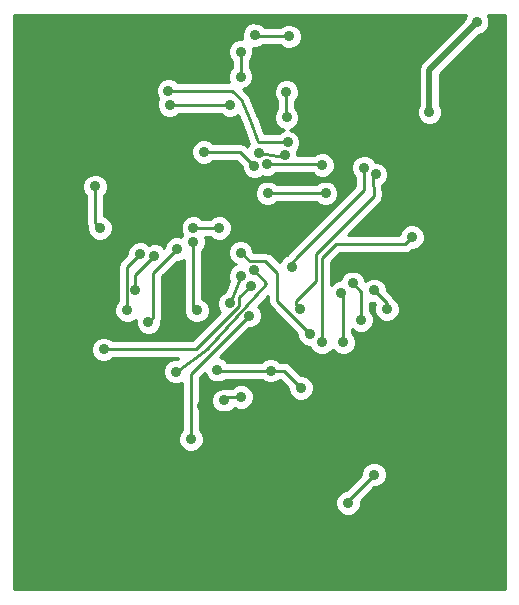
<source format=gbl>
G04 (created by PCBNEW (25-Oct-2014 BZR 4029)-stable) date Fri 14 Aug 2015 02:05:25 PM EDT*
%MOIN*%
G04 Gerber Fmt 3.4, Leading zero omitted, Abs format*
%FSLAX34Y34*%
G01*
G70*
G90*
G04 APERTURE LIST*
%ADD10C,0.00393701*%
%ADD11C,0.035*%
%ADD12C,0.01*%
%ADD13C,0.02*%
G04 APERTURE END LIST*
G54D10*
G54D11*
X50059Y-36748D03*
X51897Y-36767D03*
X49633Y-36807D03*
X47952Y-36326D03*
X50700Y-34338D03*
X50708Y-35177D03*
X51889Y-42677D03*
X54881Y-39173D03*
X47047Y-39566D03*
X46102Y-42007D03*
X47598Y-38858D03*
X48464Y-38858D03*
X50787Y-32480D03*
X49645Y-32440D03*
X55472Y-35000D03*
X57047Y-32007D03*
X49740Y-44629D03*
X47889Y-44791D03*
X48661Y-37952D03*
X44881Y-39960D03*
X50708Y-45551D03*
X50984Y-44803D03*
X55314Y-43267D03*
X55826Y-40000D03*
X54212Y-39960D03*
X42362Y-37362D03*
X43307Y-39173D03*
X45393Y-42204D03*
X44527Y-41023D03*
X55905Y-38937D03*
X54921Y-38464D03*
X53976Y-34488D03*
X52952Y-34488D03*
X56062Y-45236D03*
X55039Y-45236D03*
X44094Y-45866D03*
X46062Y-46732D03*
X47007Y-47755D03*
X46496Y-48307D03*
X55393Y-41732D03*
X52244Y-43110D03*
X54724Y-41771D03*
X47011Y-43649D03*
X49606Y-40275D03*
X46811Y-34763D03*
X48818Y-34763D03*
X49775Y-36354D03*
X50645Y-36448D03*
X46771Y-34291D03*
X50740Y-36011D03*
X49173Y-40472D03*
X48818Y-41377D03*
X47598Y-39330D03*
X47716Y-41614D03*
X44330Y-37480D03*
X44488Y-38858D03*
X48405Y-43590D03*
X51185Y-44192D03*
X50177Y-43618D03*
X49188Y-44492D03*
X48629Y-44610D03*
X54055Y-41574D03*
X53622Y-40944D03*
X53188Y-41929D03*
X52913Y-40708D03*
X52598Y-42677D03*
X52519Y-41023D03*
X52755Y-48031D03*
X53622Y-47086D03*
X51496Y-42401D03*
X49173Y-39685D03*
X47519Y-45901D03*
X49460Y-41783D03*
X45393Y-41614D03*
X45826Y-39724D03*
X44606Y-42913D03*
X49527Y-40787D03*
X49173Y-32992D03*
X49173Y-33818D03*
X53673Y-37078D03*
X51161Y-41578D03*
X52011Y-37708D03*
X50078Y-37708D03*
X50874Y-40165D03*
X53295Y-36854D03*
X45669Y-40944D03*
X46299Y-39803D03*
G54D12*
X51877Y-36748D02*
X50059Y-36748D01*
X51897Y-36767D02*
X51877Y-36748D01*
X49633Y-36807D02*
X49153Y-36326D01*
X49153Y-36326D02*
X47952Y-36326D01*
X50700Y-35169D02*
X50700Y-34338D01*
X50708Y-35177D02*
X50700Y-35169D01*
X51889Y-39881D02*
X51889Y-42677D01*
X52362Y-39409D02*
X51889Y-39881D01*
X54645Y-39409D02*
X52362Y-39409D01*
X54881Y-39173D02*
X54645Y-39409D01*
X46259Y-40354D02*
X47047Y-39566D01*
X46259Y-41850D02*
X46259Y-40354D01*
X46102Y-42007D02*
X46259Y-41850D01*
X47598Y-38858D02*
X48464Y-38858D01*
X49685Y-32480D02*
X50787Y-32480D01*
X49645Y-32440D02*
X49685Y-32480D01*
G54D13*
X55472Y-33582D02*
X55472Y-35000D01*
X57047Y-32007D02*
X55472Y-33582D01*
G54D12*
X49381Y-44988D02*
X49740Y-44629D01*
X48086Y-44988D02*
X49381Y-44988D01*
X47889Y-44791D02*
X48086Y-44988D01*
X48228Y-38385D02*
X48661Y-37952D01*
X46456Y-38385D02*
X48228Y-38385D01*
X44881Y-39960D02*
X46456Y-38385D01*
X50984Y-45275D02*
X50984Y-44803D01*
X50708Y-45551D02*
X50984Y-45275D01*
X55314Y-43267D02*
X55393Y-43188D01*
X55393Y-43188D02*
X55393Y-41732D01*
X54251Y-40000D02*
X55826Y-40000D01*
X54212Y-39960D02*
X54251Y-40000D01*
X42362Y-38425D02*
X42362Y-37362D01*
X42834Y-38897D02*
X42362Y-38425D01*
X43031Y-38897D02*
X42834Y-38897D01*
X43307Y-39173D02*
X43031Y-38897D01*
X44921Y-41732D02*
X45393Y-42204D01*
X44921Y-41417D02*
X44921Y-41732D01*
X44527Y-41023D02*
X44921Y-41417D01*
X55905Y-38937D02*
X55433Y-38464D01*
X55433Y-38464D02*
X54921Y-38464D01*
X53976Y-34488D02*
X52952Y-34488D01*
X55039Y-45236D02*
X56062Y-45236D01*
X45196Y-45866D02*
X44094Y-45866D01*
X46062Y-46732D02*
X45196Y-45866D01*
X47007Y-47795D02*
X47007Y-47755D01*
X46496Y-48307D02*
X47007Y-47795D01*
X53385Y-43110D02*
X52244Y-43110D01*
X54724Y-41771D02*
X53385Y-43110D01*
X48050Y-42900D02*
X47011Y-43649D01*
X50039Y-40748D02*
X48050Y-42900D01*
X50039Y-40708D02*
X50039Y-40748D01*
X49606Y-40275D02*
X50039Y-40708D01*
X48818Y-34763D02*
X46811Y-34763D01*
X50606Y-36488D02*
X49775Y-36354D01*
X50645Y-36448D02*
X50606Y-36488D01*
X48897Y-34291D02*
X46771Y-34291D01*
X49173Y-34566D02*
X48897Y-34291D01*
X49500Y-35279D02*
X49173Y-34566D01*
X49740Y-35988D02*
X49500Y-35279D01*
X50090Y-35988D02*
X49740Y-35988D01*
X50740Y-36011D02*
X50090Y-35988D01*
X48818Y-41377D02*
X49173Y-40472D01*
X47598Y-41496D02*
X47598Y-39330D01*
X47716Y-41614D02*
X47598Y-41496D01*
X44330Y-38700D02*
X44330Y-37480D01*
X44488Y-38858D02*
X44330Y-38700D01*
X48433Y-43618D02*
X50177Y-43618D01*
X48405Y-43590D02*
X48433Y-43618D01*
X51185Y-44192D02*
X50610Y-43618D01*
X50610Y-43618D02*
X50177Y-43618D01*
X48748Y-44492D02*
X49188Y-44492D01*
X48629Y-44610D02*
X48748Y-44492D01*
X54055Y-41377D02*
X54055Y-41574D01*
X53622Y-40944D02*
X54055Y-41377D01*
X53188Y-40984D02*
X53188Y-41929D01*
X52913Y-40708D02*
X53188Y-40984D01*
X52598Y-41102D02*
X52598Y-42677D01*
X52519Y-41023D02*
X52598Y-41102D01*
X52755Y-47952D02*
X52755Y-48031D01*
X53622Y-47086D02*
X52755Y-47952D01*
X50393Y-41299D02*
X51496Y-42401D01*
X50393Y-40354D02*
X50393Y-41299D01*
X50000Y-39960D02*
X50393Y-40354D01*
X49488Y-39960D02*
X50000Y-39960D01*
X49173Y-39685D02*
X49488Y-39960D01*
X47519Y-43724D02*
X47519Y-45901D01*
X49460Y-41783D02*
X47519Y-43724D01*
X45393Y-40157D02*
X45393Y-41614D01*
X45826Y-39724D02*
X45393Y-40157D01*
X47677Y-42913D02*
X44606Y-42913D01*
X49133Y-41456D02*
X47677Y-42913D01*
X49133Y-41181D02*
X49133Y-41456D01*
X49527Y-40787D02*
X49133Y-41181D01*
X49173Y-33818D02*
X49173Y-32992D01*
X53586Y-37165D02*
X53673Y-37078D01*
X53610Y-37814D02*
X53586Y-37165D01*
X51688Y-39736D02*
X53610Y-37814D01*
X51688Y-40641D02*
X51688Y-39736D01*
X51019Y-41311D02*
X51688Y-40641D01*
X51019Y-41437D02*
X51019Y-41311D01*
X51161Y-41578D02*
X51019Y-41437D01*
X50078Y-37708D02*
X52011Y-37708D01*
X50874Y-40165D02*
X50814Y-40106D01*
X50814Y-40106D02*
X51051Y-39838D01*
X51051Y-39838D02*
X53295Y-37594D01*
X53295Y-37594D02*
X53295Y-36854D01*
X45669Y-40433D02*
X45669Y-40944D01*
X46299Y-39803D02*
X45669Y-40433D01*
G54D10*
G36*
X57988Y-50901D02*
X55306Y-50901D01*
X55306Y-39089D01*
X55242Y-38932D01*
X55122Y-38813D01*
X54966Y-38748D01*
X54797Y-38748D01*
X54641Y-38812D01*
X54521Y-38932D01*
X54456Y-39088D01*
X54456Y-39109D01*
X52740Y-39109D01*
X53822Y-38027D01*
X53825Y-38022D01*
X53830Y-38019D01*
X53860Y-37970D01*
X53887Y-37929D01*
X53888Y-37924D01*
X53891Y-37919D01*
X53900Y-37861D01*
X53910Y-37814D01*
X53909Y-37810D01*
X53910Y-37803D01*
X53897Y-37446D01*
X53913Y-37439D01*
X54033Y-37319D01*
X54098Y-37163D01*
X54098Y-36994D01*
X54033Y-36838D01*
X53914Y-36718D01*
X53758Y-36653D01*
X53672Y-36653D01*
X53655Y-36613D01*
X53536Y-36494D01*
X53380Y-36429D01*
X53211Y-36429D01*
X53054Y-36493D01*
X52935Y-36613D01*
X52870Y-36769D01*
X52870Y-36938D01*
X52934Y-37094D01*
X52995Y-37155D01*
X52995Y-37470D01*
X52436Y-38028D01*
X52436Y-37624D01*
X52372Y-37468D01*
X52322Y-37418D01*
X52322Y-36683D01*
X52258Y-36527D01*
X52138Y-36407D01*
X51982Y-36342D01*
X51813Y-36342D01*
X51657Y-36407D01*
X51616Y-36448D01*
X51070Y-36448D01*
X51070Y-36364D01*
X51046Y-36306D01*
X51100Y-36252D01*
X51165Y-36096D01*
X51165Y-35927D01*
X51100Y-35771D01*
X50981Y-35651D01*
X50827Y-35587D01*
X50949Y-35537D01*
X51068Y-35418D01*
X51133Y-35262D01*
X51133Y-35092D01*
X51069Y-34936D01*
X51000Y-34868D01*
X51000Y-34639D01*
X51060Y-34579D01*
X51125Y-34423D01*
X51125Y-34254D01*
X51061Y-34098D01*
X50941Y-33978D01*
X50785Y-33913D01*
X50616Y-33913D01*
X50460Y-33978D01*
X50340Y-34097D01*
X50275Y-34253D01*
X50275Y-34422D01*
X50340Y-34579D01*
X50400Y-34639D01*
X50400Y-34883D01*
X50348Y-34936D01*
X50283Y-35092D01*
X50283Y-35261D01*
X50348Y-35417D01*
X50467Y-35537D01*
X50621Y-35601D01*
X50499Y-35651D01*
X50449Y-35701D01*
X50101Y-35688D01*
X50096Y-35689D01*
X50090Y-35688D01*
X49955Y-35688D01*
X49784Y-35183D01*
X49775Y-35168D01*
X49772Y-35154D01*
X49445Y-34442D01*
X49414Y-34398D01*
X49385Y-34354D01*
X49269Y-34238D01*
X49413Y-34179D01*
X49533Y-34059D01*
X49598Y-33903D01*
X49598Y-33734D01*
X49533Y-33578D01*
X49473Y-33517D01*
X49473Y-33293D01*
X49533Y-33233D01*
X49598Y-33077D01*
X49598Y-32907D01*
X49580Y-32865D01*
X49729Y-32866D01*
X49886Y-32801D01*
X49907Y-32780D01*
X50486Y-32780D01*
X50546Y-32840D01*
X50702Y-32905D01*
X50871Y-32905D01*
X51027Y-32840D01*
X51147Y-32721D01*
X51212Y-32565D01*
X51212Y-32396D01*
X51147Y-32239D01*
X51028Y-32120D01*
X50872Y-32055D01*
X50703Y-32055D01*
X50546Y-32119D01*
X50486Y-32180D01*
X49986Y-32180D01*
X49886Y-32080D01*
X49730Y-32016D01*
X49561Y-32015D01*
X49405Y-32080D01*
X49285Y-32199D01*
X49220Y-32356D01*
X49220Y-32525D01*
X49237Y-32567D01*
X49089Y-32567D01*
X48932Y-32631D01*
X48813Y-32751D01*
X48748Y-32907D01*
X48748Y-33076D01*
X48812Y-33232D01*
X48873Y-33293D01*
X48873Y-33517D01*
X48813Y-33577D01*
X48748Y-33733D01*
X48748Y-33903D01*
X48784Y-33991D01*
X47072Y-33991D01*
X47012Y-33931D01*
X46856Y-33866D01*
X46687Y-33866D01*
X46531Y-33930D01*
X46411Y-34050D01*
X46346Y-34206D01*
X46346Y-34375D01*
X46411Y-34531D01*
X46436Y-34557D01*
X46386Y-34678D01*
X46385Y-34847D01*
X46450Y-35004D01*
X46569Y-35123D01*
X46726Y-35188D01*
X46895Y-35188D01*
X47051Y-35124D01*
X47112Y-35063D01*
X48517Y-35063D01*
X48577Y-35123D01*
X48733Y-35188D01*
X48903Y-35188D01*
X49059Y-35124D01*
X49086Y-35097D01*
X49222Y-35394D01*
X49452Y-36075D01*
X49415Y-36113D01*
X49400Y-36149D01*
X49365Y-36114D01*
X49268Y-36049D01*
X49153Y-36026D01*
X48253Y-36026D01*
X48193Y-35966D01*
X48037Y-35901D01*
X47868Y-35901D01*
X47712Y-35966D01*
X47592Y-36085D01*
X47527Y-36241D01*
X47527Y-36410D01*
X47592Y-36567D01*
X47711Y-36686D01*
X47867Y-36751D01*
X48036Y-36751D01*
X48193Y-36687D01*
X48253Y-36626D01*
X49029Y-36626D01*
X49208Y-36806D01*
X49208Y-36891D01*
X49273Y-37047D01*
X49392Y-37167D01*
X49548Y-37232D01*
X49718Y-37232D01*
X49874Y-37167D01*
X49899Y-37142D01*
X49974Y-37172D01*
X50143Y-37173D01*
X50299Y-37108D01*
X50360Y-37048D01*
X51576Y-37048D01*
X51656Y-37127D01*
X51812Y-37192D01*
X51981Y-37192D01*
X52138Y-37128D01*
X52257Y-37008D01*
X52322Y-36852D01*
X52322Y-36683D01*
X52322Y-37418D01*
X52252Y-37348D01*
X52096Y-37283D01*
X51927Y-37283D01*
X51771Y-37348D01*
X51710Y-37408D01*
X50379Y-37408D01*
X50319Y-37348D01*
X50163Y-37283D01*
X49994Y-37283D01*
X49838Y-37348D01*
X49718Y-37467D01*
X49653Y-37623D01*
X49653Y-37792D01*
X49718Y-37949D01*
X49837Y-38068D01*
X49993Y-38133D01*
X50162Y-38133D01*
X50319Y-38069D01*
X50379Y-38008D01*
X51710Y-38008D01*
X51770Y-38068D01*
X51926Y-38133D01*
X52095Y-38133D01*
X52252Y-38069D01*
X52371Y-37949D01*
X52436Y-37793D01*
X52436Y-37624D01*
X52436Y-38028D01*
X50839Y-39626D01*
X50833Y-39634D01*
X50826Y-39640D01*
X50707Y-39774D01*
X50633Y-39804D01*
X50513Y-39924D01*
X50476Y-40013D01*
X50212Y-39748D01*
X50114Y-39683D01*
X50000Y-39660D01*
X49600Y-39660D01*
X49598Y-39658D01*
X49598Y-39600D01*
X49533Y-39444D01*
X49414Y-39324D01*
X49258Y-39260D01*
X49089Y-39259D01*
X48932Y-39324D01*
X48889Y-39367D01*
X48889Y-38774D01*
X48825Y-38617D01*
X48705Y-38498D01*
X48549Y-38433D01*
X48380Y-38433D01*
X48224Y-38497D01*
X48163Y-38558D01*
X47899Y-38558D01*
X47839Y-38498D01*
X47683Y-38433D01*
X47514Y-38433D01*
X47357Y-38497D01*
X47238Y-38617D01*
X47173Y-38773D01*
X47173Y-38942D01*
X47236Y-39094D01*
X47204Y-39171D01*
X47132Y-39142D01*
X46963Y-39141D01*
X46806Y-39206D01*
X46687Y-39325D01*
X46622Y-39482D01*
X46622Y-39525D01*
X46540Y-39443D01*
X46384Y-39378D01*
X46215Y-39378D01*
X46120Y-39417D01*
X46067Y-39364D01*
X45911Y-39299D01*
X45742Y-39299D01*
X45586Y-39363D01*
X45466Y-39483D01*
X45401Y-39639D01*
X45401Y-39725D01*
X45181Y-39945D01*
X45116Y-40042D01*
X45093Y-40157D01*
X45093Y-41313D01*
X45033Y-41373D01*
X44968Y-41529D01*
X44968Y-41698D01*
X45033Y-41854D01*
X45152Y-41974D01*
X45308Y-42039D01*
X45477Y-42039D01*
X45634Y-41974D01*
X45677Y-41931D01*
X45677Y-42092D01*
X45741Y-42248D01*
X45861Y-42367D01*
X46017Y-42432D01*
X46186Y-42432D01*
X46342Y-42368D01*
X46462Y-42248D01*
X46527Y-42092D01*
X46527Y-41979D01*
X46527Y-41979D01*
X46537Y-41965D01*
X46559Y-41850D01*
X46559Y-41850D01*
X46559Y-40478D01*
X47046Y-39991D01*
X47131Y-39992D01*
X47287Y-39927D01*
X47298Y-39916D01*
X47298Y-41496D01*
X47300Y-41507D01*
X47300Y-41507D01*
X47291Y-41529D01*
X47291Y-41698D01*
X47356Y-41854D01*
X47475Y-41974D01*
X47631Y-42039D01*
X47800Y-42039D01*
X47956Y-41974D01*
X48076Y-41855D01*
X48141Y-41699D01*
X48141Y-41530D01*
X48077Y-41373D01*
X47957Y-41254D01*
X47898Y-41229D01*
X47898Y-39631D01*
X47958Y-39571D01*
X48023Y-39415D01*
X48023Y-39246D01*
X47987Y-39158D01*
X48163Y-39158D01*
X48223Y-39218D01*
X48379Y-39283D01*
X48548Y-39283D01*
X48704Y-39218D01*
X48824Y-39099D01*
X48889Y-38943D01*
X48889Y-38774D01*
X48889Y-39367D01*
X48813Y-39443D01*
X48748Y-39600D01*
X48748Y-39769D01*
X48812Y-39925D01*
X48932Y-40045D01*
X49013Y-40078D01*
X48932Y-40111D01*
X48813Y-40231D01*
X48748Y-40387D01*
X48748Y-40556D01*
X48784Y-40644D01*
X48649Y-40988D01*
X48578Y-41017D01*
X48458Y-41136D01*
X48393Y-41293D01*
X48393Y-41462D01*
X48458Y-41618D01*
X48503Y-41663D01*
X47552Y-42613D01*
X44913Y-42613D01*
X44913Y-38774D01*
X44848Y-38617D01*
X44729Y-38498D01*
X44630Y-38457D01*
X44630Y-37781D01*
X44690Y-37721D01*
X44755Y-37565D01*
X44755Y-37396D01*
X44691Y-37239D01*
X44571Y-37120D01*
X44415Y-37055D01*
X44246Y-37055D01*
X44090Y-37119D01*
X43970Y-37239D01*
X43905Y-37395D01*
X43905Y-37564D01*
X43970Y-37720D01*
X44030Y-37781D01*
X44030Y-38700D01*
X44053Y-38815D01*
X44063Y-38830D01*
X44063Y-38942D01*
X44127Y-39098D01*
X44247Y-39218D01*
X44403Y-39283D01*
X44572Y-39283D01*
X44728Y-39218D01*
X44848Y-39099D01*
X44913Y-38943D01*
X44913Y-38774D01*
X44913Y-42613D01*
X44907Y-42613D01*
X44847Y-42553D01*
X44691Y-42488D01*
X44522Y-42488D01*
X44365Y-42552D01*
X44246Y-42672D01*
X44181Y-42828D01*
X44181Y-42997D01*
X44245Y-43153D01*
X44365Y-43273D01*
X44521Y-43338D01*
X44690Y-43338D01*
X44846Y-43273D01*
X44907Y-43213D01*
X47103Y-43213D01*
X47088Y-43224D01*
X46927Y-43224D01*
X46771Y-43289D01*
X46651Y-43408D01*
X46586Y-43564D01*
X46586Y-43733D01*
X46651Y-43890D01*
X46770Y-44009D01*
X46926Y-44074D01*
X47095Y-44074D01*
X47219Y-44023D01*
X47219Y-45600D01*
X47159Y-45660D01*
X47094Y-45816D01*
X47094Y-45985D01*
X47159Y-46142D01*
X47278Y-46261D01*
X47434Y-46326D01*
X47603Y-46326D01*
X47760Y-46262D01*
X47879Y-46142D01*
X47944Y-45986D01*
X47944Y-45817D01*
X47880Y-45661D01*
X47819Y-45600D01*
X47819Y-43848D01*
X47984Y-43684D01*
X48045Y-43830D01*
X48164Y-43950D01*
X48320Y-44015D01*
X48489Y-44015D01*
X48645Y-43951D01*
X48678Y-43918D01*
X49876Y-43918D01*
X49936Y-43978D01*
X50092Y-44043D01*
X50261Y-44043D01*
X50417Y-43978D01*
X50478Y-43918D01*
X50485Y-43918D01*
X50760Y-44192D01*
X50759Y-44277D01*
X50824Y-44433D01*
X50943Y-44553D01*
X51100Y-44617D01*
X51269Y-44617D01*
X51425Y-44553D01*
X51545Y-44433D01*
X51609Y-44277D01*
X51610Y-44108D01*
X51545Y-43952D01*
X51426Y-43832D01*
X51269Y-43767D01*
X51184Y-43767D01*
X50822Y-43405D01*
X50725Y-43340D01*
X50610Y-43318D01*
X50478Y-43318D01*
X50418Y-43258D01*
X50262Y-43193D01*
X50092Y-43193D01*
X49936Y-43257D01*
X49876Y-43318D01*
X48734Y-43318D01*
X48646Y-43230D01*
X48499Y-43169D01*
X49459Y-42208D01*
X49544Y-42208D01*
X49701Y-42143D01*
X49820Y-42024D01*
X49885Y-41868D01*
X49885Y-41699D01*
X49821Y-41543D01*
X49766Y-41488D01*
X50093Y-41134D01*
X50093Y-41299D01*
X50116Y-41414D01*
X50181Y-41511D01*
X51071Y-42400D01*
X51070Y-42485D01*
X51135Y-42642D01*
X51255Y-42761D01*
X51411Y-42826D01*
X51491Y-42826D01*
X51529Y-42917D01*
X51648Y-43037D01*
X51804Y-43102D01*
X51973Y-43102D01*
X52130Y-43037D01*
X52244Y-42923D01*
X52357Y-43037D01*
X52513Y-43102D01*
X52682Y-43102D01*
X52838Y-43037D01*
X52958Y-42918D01*
X53023Y-42762D01*
X53023Y-42592D01*
X52958Y-42436D01*
X52898Y-42376D01*
X52898Y-42239D01*
X52947Y-42289D01*
X53104Y-42354D01*
X53273Y-42354D01*
X53429Y-42289D01*
X53549Y-42170D01*
X53613Y-42014D01*
X53614Y-41844D01*
X53549Y-41688D01*
X53488Y-41628D01*
X53488Y-41349D01*
X53537Y-41369D01*
X53622Y-41369D01*
X53663Y-41410D01*
X53630Y-41489D01*
X53630Y-41658D01*
X53694Y-41815D01*
X53814Y-41934D01*
X53970Y-41999D01*
X54139Y-41999D01*
X54295Y-41935D01*
X54415Y-41815D01*
X54480Y-41659D01*
X54480Y-41490D01*
X54415Y-41334D01*
X54307Y-41226D01*
X54307Y-41226D01*
X54267Y-41165D01*
X54267Y-41165D01*
X54047Y-40945D01*
X54047Y-40860D01*
X53982Y-40704D01*
X53863Y-40584D01*
X53706Y-40519D01*
X53537Y-40519D01*
X53381Y-40584D01*
X53338Y-40627D01*
X53338Y-40624D01*
X53273Y-40468D01*
X53154Y-40348D01*
X52998Y-40283D01*
X52829Y-40283D01*
X52672Y-40348D01*
X52553Y-40467D01*
X52498Y-40598D01*
X52435Y-40598D01*
X52279Y-40663D01*
X52189Y-40752D01*
X52189Y-40006D01*
X52486Y-39709D01*
X54645Y-39709D01*
X54645Y-39709D01*
X54760Y-39686D01*
X54760Y-39686D01*
X54857Y-39621D01*
X54881Y-39598D01*
X54966Y-39598D01*
X55122Y-39533D01*
X55241Y-39414D01*
X55306Y-39258D01*
X55306Y-39089D01*
X55306Y-50901D01*
X54047Y-50901D01*
X54047Y-47002D01*
X53982Y-46846D01*
X53863Y-46726D01*
X53706Y-46661D01*
X53537Y-46661D01*
X53381Y-46726D01*
X53261Y-46845D01*
X53197Y-47001D01*
X53197Y-47087D01*
X52677Y-47606D01*
X52671Y-47606D01*
X52515Y-47670D01*
X52395Y-47790D01*
X52330Y-47946D01*
X52330Y-48115D01*
X52395Y-48271D01*
X52514Y-48391D01*
X52670Y-48456D01*
X52840Y-48456D01*
X52996Y-48392D01*
X53115Y-48272D01*
X53180Y-48116D01*
X53180Y-47951D01*
X53621Y-47511D01*
X53706Y-47511D01*
X53862Y-47447D01*
X53982Y-47327D01*
X54046Y-47171D01*
X54047Y-47002D01*
X54047Y-50901D01*
X49614Y-50901D01*
X49614Y-44407D01*
X49549Y-44251D01*
X49430Y-44132D01*
X49273Y-44067D01*
X49104Y-44067D01*
X48948Y-44131D01*
X48887Y-44192D01*
X48748Y-44192D01*
X48736Y-44194D01*
X48736Y-44194D01*
X48714Y-44185D01*
X48545Y-44185D01*
X48389Y-44249D01*
X48269Y-44369D01*
X48204Y-44525D01*
X48204Y-44694D01*
X48269Y-44850D01*
X48388Y-44970D01*
X48545Y-45035D01*
X48714Y-45035D01*
X48870Y-44970D01*
X48976Y-44864D01*
X49104Y-44917D01*
X49273Y-44917D01*
X49429Y-44852D01*
X49549Y-44733D01*
X49613Y-44577D01*
X49614Y-44407D01*
X49614Y-50901D01*
X41618Y-50901D01*
X41618Y-31775D01*
X56683Y-31775D01*
X56622Y-31922D01*
X56622Y-31937D01*
X55224Y-33335D01*
X55149Y-33448D01*
X55122Y-33582D01*
X55122Y-34748D01*
X55112Y-34758D01*
X55047Y-34915D01*
X55047Y-35084D01*
X55111Y-35240D01*
X55231Y-35360D01*
X55387Y-35424D01*
X55556Y-35425D01*
X55712Y-35360D01*
X55832Y-35241D01*
X55897Y-35084D01*
X55897Y-34915D01*
X55832Y-34759D01*
X55822Y-34749D01*
X55822Y-33727D01*
X57117Y-32432D01*
X57131Y-32432D01*
X57287Y-32368D01*
X57407Y-32248D01*
X57472Y-32092D01*
X57472Y-31923D01*
X57411Y-31775D01*
X57988Y-31775D01*
X57988Y-50901D01*
X57988Y-50901D01*
G37*
G54D12*
X57988Y-50901D02*
X55306Y-50901D01*
X55306Y-39089D01*
X55242Y-38932D01*
X55122Y-38813D01*
X54966Y-38748D01*
X54797Y-38748D01*
X54641Y-38812D01*
X54521Y-38932D01*
X54456Y-39088D01*
X54456Y-39109D01*
X52740Y-39109D01*
X53822Y-38027D01*
X53825Y-38022D01*
X53830Y-38019D01*
X53860Y-37970D01*
X53887Y-37929D01*
X53888Y-37924D01*
X53891Y-37919D01*
X53900Y-37861D01*
X53910Y-37814D01*
X53909Y-37810D01*
X53910Y-37803D01*
X53897Y-37446D01*
X53913Y-37439D01*
X54033Y-37319D01*
X54098Y-37163D01*
X54098Y-36994D01*
X54033Y-36838D01*
X53914Y-36718D01*
X53758Y-36653D01*
X53672Y-36653D01*
X53655Y-36613D01*
X53536Y-36494D01*
X53380Y-36429D01*
X53211Y-36429D01*
X53054Y-36493D01*
X52935Y-36613D01*
X52870Y-36769D01*
X52870Y-36938D01*
X52934Y-37094D01*
X52995Y-37155D01*
X52995Y-37470D01*
X52436Y-38028D01*
X52436Y-37624D01*
X52372Y-37468D01*
X52322Y-37418D01*
X52322Y-36683D01*
X52258Y-36527D01*
X52138Y-36407D01*
X51982Y-36342D01*
X51813Y-36342D01*
X51657Y-36407D01*
X51616Y-36448D01*
X51070Y-36448D01*
X51070Y-36364D01*
X51046Y-36306D01*
X51100Y-36252D01*
X51165Y-36096D01*
X51165Y-35927D01*
X51100Y-35771D01*
X50981Y-35651D01*
X50827Y-35587D01*
X50949Y-35537D01*
X51068Y-35418D01*
X51133Y-35262D01*
X51133Y-35092D01*
X51069Y-34936D01*
X51000Y-34868D01*
X51000Y-34639D01*
X51060Y-34579D01*
X51125Y-34423D01*
X51125Y-34254D01*
X51061Y-34098D01*
X50941Y-33978D01*
X50785Y-33913D01*
X50616Y-33913D01*
X50460Y-33978D01*
X50340Y-34097D01*
X50275Y-34253D01*
X50275Y-34422D01*
X50340Y-34579D01*
X50400Y-34639D01*
X50400Y-34883D01*
X50348Y-34936D01*
X50283Y-35092D01*
X50283Y-35261D01*
X50348Y-35417D01*
X50467Y-35537D01*
X50621Y-35601D01*
X50499Y-35651D01*
X50449Y-35701D01*
X50101Y-35688D01*
X50096Y-35689D01*
X50090Y-35688D01*
X49955Y-35688D01*
X49784Y-35183D01*
X49775Y-35168D01*
X49772Y-35154D01*
X49445Y-34442D01*
X49414Y-34398D01*
X49385Y-34354D01*
X49269Y-34238D01*
X49413Y-34179D01*
X49533Y-34059D01*
X49598Y-33903D01*
X49598Y-33734D01*
X49533Y-33578D01*
X49473Y-33517D01*
X49473Y-33293D01*
X49533Y-33233D01*
X49598Y-33077D01*
X49598Y-32907D01*
X49580Y-32865D01*
X49729Y-32866D01*
X49886Y-32801D01*
X49907Y-32780D01*
X50486Y-32780D01*
X50546Y-32840D01*
X50702Y-32905D01*
X50871Y-32905D01*
X51027Y-32840D01*
X51147Y-32721D01*
X51212Y-32565D01*
X51212Y-32396D01*
X51147Y-32239D01*
X51028Y-32120D01*
X50872Y-32055D01*
X50703Y-32055D01*
X50546Y-32119D01*
X50486Y-32180D01*
X49986Y-32180D01*
X49886Y-32080D01*
X49730Y-32016D01*
X49561Y-32015D01*
X49405Y-32080D01*
X49285Y-32199D01*
X49220Y-32356D01*
X49220Y-32525D01*
X49237Y-32567D01*
X49089Y-32567D01*
X48932Y-32631D01*
X48813Y-32751D01*
X48748Y-32907D01*
X48748Y-33076D01*
X48812Y-33232D01*
X48873Y-33293D01*
X48873Y-33517D01*
X48813Y-33577D01*
X48748Y-33733D01*
X48748Y-33903D01*
X48784Y-33991D01*
X47072Y-33991D01*
X47012Y-33931D01*
X46856Y-33866D01*
X46687Y-33866D01*
X46531Y-33930D01*
X46411Y-34050D01*
X46346Y-34206D01*
X46346Y-34375D01*
X46411Y-34531D01*
X46436Y-34557D01*
X46386Y-34678D01*
X46385Y-34847D01*
X46450Y-35004D01*
X46569Y-35123D01*
X46726Y-35188D01*
X46895Y-35188D01*
X47051Y-35124D01*
X47112Y-35063D01*
X48517Y-35063D01*
X48577Y-35123D01*
X48733Y-35188D01*
X48903Y-35188D01*
X49059Y-35124D01*
X49086Y-35097D01*
X49222Y-35394D01*
X49452Y-36075D01*
X49415Y-36113D01*
X49400Y-36149D01*
X49365Y-36114D01*
X49268Y-36049D01*
X49153Y-36026D01*
X48253Y-36026D01*
X48193Y-35966D01*
X48037Y-35901D01*
X47868Y-35901D01*
X47712Y-35966D01*
X47592Y-36085D01*
X47527Y-36241D01*
X47527Y-36410D01*
X47592Y-36567D01*
X47711Y-36686D01*
X47867Y-36751D01*
X48036Y-36751D01*
X48193Y-36687D01*
X48253Y-36626D01*
X49029Y-36626D01*
X49208Y-36806D01*
X49208Y-36891D01*
X49273Y-37047D01*
X49392Y-37167D01*
X49548Y-37232D01*
X49718Y-37232D01*
X49874Y-37167D01*
X49899Y-37142D01*
X49974Y-37172D01*
X50143Y-37173D01*
X50299Y-37108D01*
X50360Y-37048D01*
X51576Y-37048D01*
X51656Y-37127D01*
X51812Y-37192D01*
X51981Y-37192D01*
X52138Y-37128D01*
X52257Y-37008D01*
X52322Y-36852D01*
X52322Y-36683D01*
X52322Y-37418D01*
X52252Y-37348D01*
X52096Y-37283D01*
X51927Y-37283D01*
X51771Y-37348D01*
X51710Y-37408D01*
X50379Y-37408D01*
X50319Y-37348D01*
X50163Y-37283D01*
X49994Y-37283D01*
X49838Y-37348D01*
X49718Y-37467D01*
X49653Y-37623D01*
X49653Y-37792D01*
X49718Y-37949D01*
X49837Y-38068D01*
X49993Y-38133D01*
X50162Y-38133D01*
X50319Y-38069D01*
X50379Y-38008D01*
X51710Y-38008D01*
X51770Y-38068D01*
X51926Y-38133D01*
X52095Y-38133D01*
X52252Y-38069D01*
X52371Y-37949D01*
X52436Y-37793D01*
X52436Y-37624D01*
X52436Y-38028D01*
X50839Y-39626D01*
X50833Y-39634D01*
X50826Y-39640D01*
X50707Y-39774D01*
X50633Y-39804D01*
X50513Y-39924D01*
X50476Y-40013D01*
X50212Y-39748D01*
X50114Y-39683D01*
X50000Y-39660D01*
X49600Y-39660D01*
X49598Y-39658D01*
X49598Y-39600D01*
X49533Y-39444D01*
X49414Y-39324D01*
X49258Y-39260D01*
X49089Y-39259D01*
X48932Y-39324D01*
X48889Y-39367D01*
X48889Y-38774D01*
X48825Y-38617D01*
X48705Y-38498D01*
X48549Y-38433D01*
X48380Y-38433D01*
X48224Y-38497D01*
X48163Y-38558D01*
X47899Y-38558D01*
X47839Y-38498D01*
X47683Y-38433D01*
X47514Y-38433D01*
X47357Y-38497D01*
X47238Y-38617D01*
X47173Y-38773D01*
X47173Y-38942D01*
X47236Y-39094D01*
X47204Y-39171D01*
X47132Y-39142D01*
X46963Y-39141D01*
X46806Y-39206D01*
X46687Y-39325D01*
X46622Y-39482D01*
X46622Y-39525D01*
X46540Y-39443D01*
X46384Y-39378D01*
X46215Y-39378D01*
X46120Y-39417D01*
X46067Y-39364D01*
X45911Y-39299D01*
X45742Y-39299D01*
X45586Y-39363D01*
X45466Y-39483D01*
X45401Y-39639D01*
X45401Y-39725D01*
X45181Y-39945D01*
X45116Y-40042D01*
X45093Y-40157D01*
X45093Y-41313D01*
X45033Y-41373D01*
X44968Y-41529D01*
X44968Y-41698D01*
X45033Y-41854D01*
X45152Y-41974D01*
X45308Y-42039D01*
X45477Y-42039D01*
X45634Y-41974D01*
X45677Y-41931D01*
X45677Y-42092D01*
X45741Y-42248D01*
X45861Y-42367D01*
X46017Y-42432D01*
X46186Y-42432D01*
X46342Y-42368D01*
X46462Y-42248D01*
X46527Y-42092D01*
X46527Y-41979D01*
X46527Y-41979D01*
X46537Y-41965D01*
X46559Y-41850D01*
X46559Y-41850D01*
X46559Y-40478D01*
X47046Y-39991D01*
X47131Y-39992D01*
X47287Y-39927D01*
X47298Y-39916D01*
X47298Y-41496D01*
X47300Y-41507D01*
X47300Y-41507D01*
X47291Y-41529D01*
X47291Y-41698D01*
X47356Y-41854D01*
X47475Y-41974D01*
X47631Y-42039D01*
X47800Y-42039D01*
X47956Y-41974D01*
X48076Y-41855D01*
X48141Y-41699D01*
X48141Y-41530D01*
X48077Y-41373D01*
X47957Y-41254D01*
X47898Y-41229D01*
X47898Y-39631D01*
X47958Y-39571D01*
X48023Y-39415D01*
X48023Y-39246D01*
X47987Y-39158D01*
X48163Y-39158D01*
X48223Y-39218D01*
X48379Y-39283D01*
X48548Y-39283D01*
X48704Y-39218D01*
X48824Y-39099D01*
X48889Y-38943D01*
X48889Y-38774D01*
X48889Y-39367D01*
X48813Y-39443D01*
X48748Y-39600D01*
X48748Y-39769D01*
X48812Y-39925D01*
X48932Y-40045D01*
X49013Y-40078D01*
X48932Y-40111D01*
X48813Y-40231D01*
X48748Y-40387D01*
X48748Y-40556D01*
X48784Y-40644D01*
X48649Y-40988D01*
X48578Y-41017D01*
X48458Y-41136D01*
X48393Y-41293D01*
X48393Y-41462D01*
X48458Y-41618D01*
X48503Y-41663D01*
X47552Y-42613D01*
X44913Y-42613D01*
X44913Y-38774D01*
X44848Y-38617D01*
X44729Y-38498D01*
X44630Y-38457D01*
X44630Y-37781D01*
X44690Y-37721D01*
X44755Y-37565D01*
X44755Y-37396D01*
X44691Y-37239D01*
X44571Y-37120D01*
X44415Y-37055D01*
X44246Y-37055D01*
X44090Y-37119D01*
X43970Y-37239D01*
X43905Y-37395D01*
X43905Y-37564D01*
X43970Y-37720D01*
X44030Y-37781D01*
X44030Y-38700D01*
X44053Y-38815D01*
X44063Y-38830D01*
X44063Y-38942D01*
X44127Y-39098D01*
X44247Y-39218D01*
X44403Y-39283D01*
X44572Y-39283D01*
X44728Y-39218D01*
X44848Y-39099D01*
X44913Y-38943D01*
X44913Y-38774D01*
X44913Y-42613D01*
X44907Y-42613D01*
X44847Y-42553D01*
X44691Y-42488D01*
X44522Y-42488D01*
X44365Y-42552D01*
X44246Y-42672D01*
X44181Y-42828D01*
X44181Y-42997D01*
X44245Y-43153D01*
X44365Y-43273D01*
X44521Y-43338D01*
X44690Y-43338D01*
X44846Y-43273D01*
X44907Y-43213D01*
X47103Y-43213D01*
X47088Y-43224D01*
X46927Y-43224D01*
X46771Y-43289D01*
X46651Y-43408D01*
X46586Y-43564D01*
X46586Y-43733D01*
X46651Y-43890D01*
X46770Y-44009D01*
X46926Y-44074D01*
X47095Y-44074D01*
X47219Y-44023D01*
X47219Y-45600D01*
X47159Y-45660D01*
X47094Y-45816D01*
X47094Y-45985D01*
X47159Y-46142D01*
X47278Y-46261D01*
X47434Y-46326D01*
X47603Y-46326D01*
X47760Y-46262D01*
X47879Y-46142D01*
X47944Y-45986D01*
X47944Y-45817D01*
X47880Y-45661D01*
X47819Y-45600D01*
X47819Y-43848D01*
X47984Y-43684D01*
X48045Y-43830D01*
X48164Y-43950D01*
X48320Y-44015D01*
X48489Y-44015D01*
X48645Y-43951D01*
X48678Y-43918D01*
X49876Y-43918D01*
X49936Y-43978D01*
X50092Y-44043D01*
X50261Y-44043D01*
X50417Y-43978D01*
X50478Y-43918D01*
X50485Y-43918D01*
X50760Y-44192D01*
X50759Y-44277D01*
X50824Y-44433D01*
X50943Y-44553D01*
X51100Y-44617D01*
X51269Y-44617D01*
X51425Y-44553D01*
X51545Y-44433D01*
X51609Y-44277D01*
X51610Y-44108D01*
X51545Y-43952D01*
X51426Y-43832D01*
X51269Y-43767D01*
X51184Y-43767D01*
X50822Y-43405D01*
X50725Y-43340D01*
X50610Y-43318D01*
X50478Y-43318D01*
X50418Y-43258D01*
X50262Y-43193D01*
X50092Y-43193D01*
X49936Y-43257D01*
X49876Y-43318D01*
X48734Y-43318D01*
X48646Y-43230D01*
X48499Y-43169D01*
X49459Y-42208D01*
X49544Y-42208D01*
X49701Y-42143D01*
X49820Y-42024D01*
X49885Y-41868D01*
X49885Y-41699D01*
X49821Y-41543D01*
X49766Y-41488D01*
X50093Y-41134D01*
X50093Y-41299D01*
X50116Y-41414D01*
X50181Y-41511D01*
X51071Y-42400D01*
X51070Y-42485D01*
X51135Y-42642D01*
X51255Y-42761D01*
X51411Y-42826D01*
X51491Y-42826D01*
X51529Y-42917D01*
X51648Y-43037D01*
X51804Y-43102D01*
X51973Y-43102D01*
X52130Y-43037D01*
X52244Y-42923D01*
X52357Y-43037D01*
X52513Y-43102D01*
X52682Y-43102D01*
X52838Y-43037D01*
X52958Y-42918D01*
X53023Y-42762D01*
X53023Y-42592D01*
X52958Y-42436D01*
X52898Y-42376D01*
X52898Y-42239D01*
X52947Y-42289D01*
X53104Y-42354D01*
X53273Y-42354D01*
X53429Y-42289D01*
X53549Y-42170D01*
X53613Y-42014D01*
X53614Y-41844D01*
X53549Y-41688D01*
X53488Y-41628D01*
X53488Y-41349D01*
X53537Y-41369D01*
X53622Y-41369D01*
X53663Y-41410D01*
X53630Y-41489D01*
X53630Y-41658D01*
X53694Y-41815D01*
X53814Y-41934D01*
X53970Y-41999D01*
X54139Y-41999D01*
X54295Y-41935D01*
X54415Y-41815D01*
X54480Y-41659D01*
X54480Y-41490D01*
X54415Y-41334D01*
X54307Y-41226D01*
X54307Y-41226D01*
X54267Y-41165D01*
X54267Y-41165D01*
X54047Y-40945D01*
X54047Y-40860D01*
X53982Y-40704D01*
X53863Y-40584D01*
X53706Y-40519D01*
X53537Y-40519D01*
X53381Y-40584D01*
X53338Y-40627D01*
X53338Y-40624D01*
X53273Y-40468D01*
X53154Y-40348D01*
X52998Y-40283D01*
X52829Y-40283D01*
X52672Y-40348D01*
X52553Y-40467D01*
X52498Y-40598D01*
X52435Y-40598D01*
X52279Y-40663D01*
X52189Y-40752D01*
X52189Y-40006D01*
X52486Y-39709D01*
X54645Y-39709D01*
X54645Y-39709D01*
X54760Y-39686D01*
X54760Y-39686D01*
X54857Y-39621D01*
X54881Y-39598D01*
X54966Y-39598D01*
X55122Y-39533D01*
X55241Y-39414D01*
X55306Y-39258D01*
X55306Y-39089D01*
X55306Y-50901D01*
X54047Y-50901D01*
X54047Y-47002D01*
X53982Y-46846D01*
X53863Y-46726D01*
X53706Y-46661D01*
X53537Y-46661D01*
X53381Y-46726D01*
X53261Y-46845D01*
X53197Y-47001D01*
X53197Y-47087D01*
X52677Y-47606D01*
X52671Y-47606D01*
X52515Y-47670D01*
X52395Y-47790D01*
X52330Y-47946D01*
X52330Y-48115D01*
X52395Y-48271D01*
X52514Y-48391D01*
X52670Y-48456D01*
X52840Y-48456D01*
X52996Y-48392D01*
X53115Y-48272D01*
X53180Y-48116D01*
X53180Y-47951D01*
X53621Y-47511D01*
X53706Y-47511D01*
X53862Y-47447D01*
X53982Y-47327D01*
X54046Y-47171D01*
X54047Y-47002D01*
X54047Y-50901D01*
X49614Y-50901D01*
X49614Y-44407D01*
X49549Y-44251D01*
X49430Y-44132D01*
X49273Y-44067D01*
X49104Y-44067D01*
X48948Y-44131D01*
X48887Y-44192D01*
X48748Y-44192D01*
X48736Y-44194D01*
X48736Y-44194D01*
X48714Y-44185D01*
X48545Y-44185D01*
X48389Y-44249D01*
X48269Y-44369D01*
X48204Y-44525D01*
X48204Y-44694D01*
X48269Y-44850D01*
X48388Y-44970D01*
X48545Y-45035D01*
X48714Y-45035D01*
X48870Y-44970D01*
X48976Y-44864D01*
X49104Y-44917D01*
X49273Y-44917D01*
X49429Y-44852D01*
X49549Y-44733D01*
X49613Y-44577D01*
X49614Y-44407D01*
X49614Y-50901D01*
X41618Y-50901D01*
X41618Y-31775D01*
X56683Y-31775D01*
X56622Y-31922D01*
X56622Y-31937D01*
X55224Y-33335D01*
X55149Y-33448D01*
X55122Y-33582D01*
X55122Y-34748D01*
X55112Y-34758D01*
X55047Y-34915D01*
X55047Y-35084D01*
X55111Y-35240D01*
X55231Y-35360D01*
X55387Y-35424D01*
X55556Y-35425D01*
X55712Y-35360D01*
X55832Y-35241D01*
X55897Y-35084D01*
X55897Y-34915D01*
X55832Y-34759D01*
X55822Y-34749D01*
X55822Y-33727D01*
X57117Y-32432D01*
X57131Y-32432D01*
X57287Y-32368D01*
X57407Y-32248D01*
X57472Y-32092D01*
X57472Y-31923D01*
X57411Y-31775D01*
X57988Y-31775D01*
X57988Y-50901D01*
M02*

</source>
